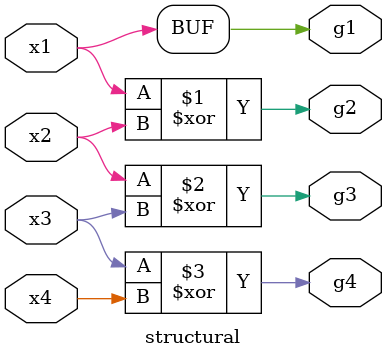
<source format=v>
`timescale 1ns / 1ps


module structural(
    x1, x2, x3, x4, g1, g2, g3, g4
    );
    input x1, x2, x3, x4;
    output g1, g2, g3, g4;
    
    assign g1 = x1;
    xor A1(g2, x1, x2),
        A2(g3, x2, x3),
        A3(g4, x3, x4);
        
endmodule

</source>
